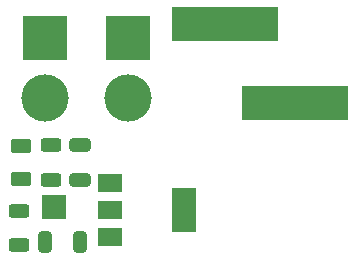
<source format=gbr>
%TF.GenerationSoftware,KiCad,Pcbnew,7.0.7*%
%TF.CreationDate,2024-08-19T02:41:26-07:00*%
%TF.ProjectId,CombatPDB,436f6d62-6174-4504-9442-2e6b69636164,rev?*%
%TF.SameCoordinates,Original*%
%TF.FileFunction,Soldermask,Top*%
%TF.FilePolarity,Negative*%
%FSLAX46Y46*%
G04 Gerber Fmt 4.6, Leading zero omitted, Abs format (unit mm)*
G04 Created by KiCad (PCBNEW 7.0.7) date 2024-08-19 02:41:26*
%MOMM*%
%LPD*%
G01*
G04 APERTURE LIST*
G04 Aperture macros list*
%AMRoundRect*
0 Rectangle with rounded corners*
0 $1 Rounding radius*
0 $2 $3 $4 $5 $6 $7 $8 $9 X,Y pos of 4 corners*
0 Add a 4 corners polygon primitive as box body*
4,1,4,$2,$3,$4,$5,$6,$7,$8,$9,$2,$3,0*
0 Add four circle primitives for the rounded corners*
1,1,$1+$1,$2,$3*
1,1,$1+$1,$4,$5*
1,1,$1+$1,$6,$7*
1,1,$1+$1,$8,$9*
0 Add four rect primitives between the rounded corners*
20,1,$1+$1,$2,$3,$4,$5,0*
20,1,$1+$1,$4,$5,$6,$7,0*
20,1,$1+$1,$6,$7,$8,$9,0*
20,1,$1+$1,$8,$9,$2,$3,0*%
G04 Aperture macros list end*
%ADD10RoundRect,0.250000X-0.625000X0.375000X-0.625000X-0.375000X0.625000X-0.375000X0.625000X0.375000X0*%
%ADD11R,3.800000X3.800000*%
%ADD12C,4.000000*%
%ADD13R,2.000000X1.500000*%
%ADD14R,2.000000X3.800000*%
%ADD15R,9.000000X3.000000*%
%ADD16RoundRect,0.250000X-0.625000X0.312500X-0.625000X-0.312500X0.625000X-0.312500X0.625000X0.312500X0*%
%ADD17RoundRect,0.250000X-0.650000X0.325000X-0.650000X-0.325000X0.650000X-0.325000X0.650000X0.325000X0*%
%ADD18RoundRect,0.250000X-0.325000X-0.650000X0.325000X-0.650000X0.325000X0.650000X-0.325000X0.650000X0*%
%ADD19R,2.000000X2.000000*%
G04 APERTURE END LIST*
D10*
%TO.C,D1*%
X135000000Y-75600000D03*
X135000000Y-78400000D03*
%TD*%
D11*
%TO.C,BT1*%
X137000000Y-66500000D03*
D12*
X137000000Y-71500000D03*
%TD*%
D11*
%TO.C,BT2*%
X144000000Y-66500000D03*
D12*
X144000000Y-71500000D03*
%TD*%
D13*
%TO.C,U2*%
X142500000Y-78750000D03*
X142500000Y-81050000D03*
D14*
X148800000Y-81050000D03*
D13*
X142500000Y-83350000D03*
%TD*%
D15*
%TO.C,TP3*%
X158200000Y-72000000D03*
%TD*%
%TO.C,TP6*%
X152250000Y-65250000D03*
%TD*%
D16*
%TO.C,R1*%
X134800000Y-81075000D03*
X134800000Y-84000000D03*
%TD*%
D17*
%TO.C,C2*%
X140000000Y-75525000D03*
X140000000Y-78475000D03*
%TD*%
D18*
%TO.C,C1*%
X137025000Y-83750000D03*
X139975000Y-83750000D03*
%TD*%
D19*
%TO.C,TP7*%
X137750000Y-80750000D03*
%TD*%
D16*
%TO.C,R2*%
X137500000Y-75537500D03*
X137500000Y-78462500D03*
%TD*%
M02*

</source>
